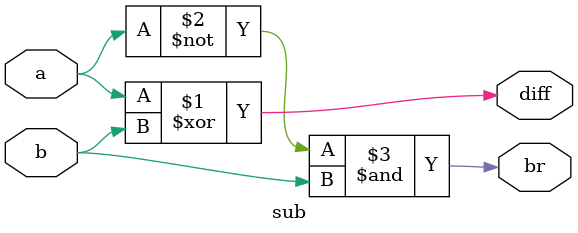
<source format=v>
module sub(a,b,diff,br);
input a,b;
output diff,br;
assign diff=a^b;
assign br=~a&b;
endmodule


</source>
